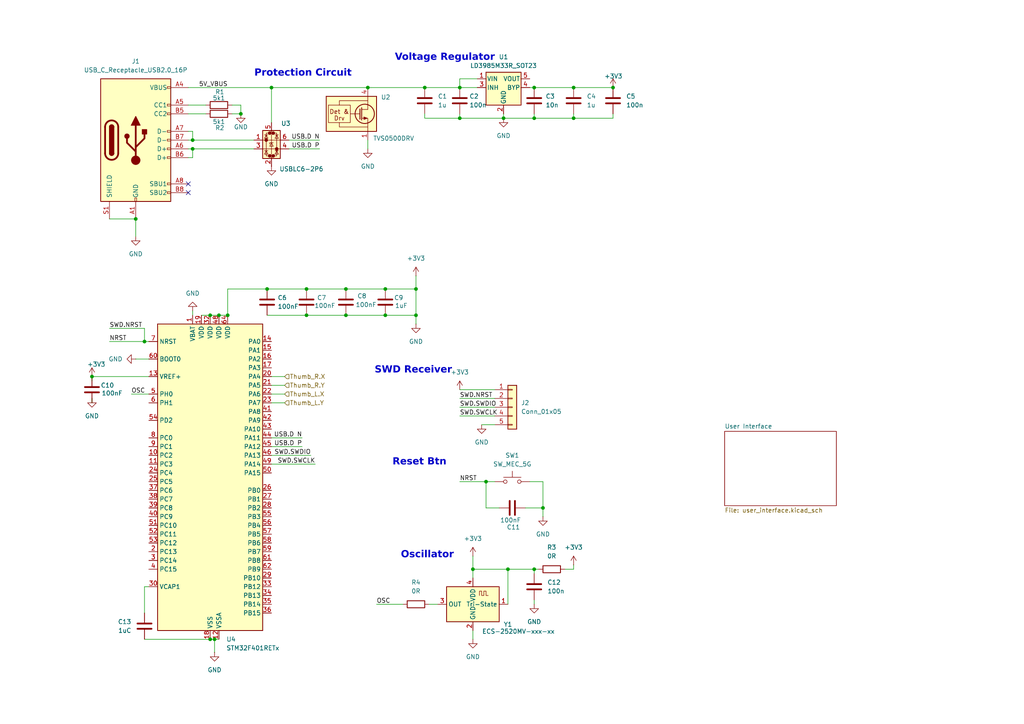
<source format=kicad_sch>
(kicad_sch (version 20250114) (generator "eeschema") (generator_version "9.0")
  (paper "A4")
  (title_block (title "STM32_GamingController") (date "2025-08-03") (rev "v1"))
  (lib_symbols
    (symbol "Connector:USB_C_Receptacle_USB2.0_16P" (pin_names (offset 1.016))
      (property "Reference" "J" (at 0 22.225 0))
      (property "Value" "USB_C_Receptacle_USB2.0_16P" (at 0 19.685 0))
      (symbol "USB_C_Receptacle_USB2.0_16P_0_0"
        (rectangle (start -0.254 -17.78) (end 0.254 -16.764))
        (rectangle (start 10.16 15.494) (end 9.144 14.986))
        (rectangle (start 10.16 10.414) (end 9.144 9.906))
        (rectangle (start 10.16 7.874) (end 9.144 7.366))
        (rectangle (start 10.16 2.794) (end 9.144 2.286))
        (rectangle (start 10.16 0.254) (end 9.144 -0.254))
        (rectangle (start 10.16 -2.286) (end 9.144 -2.794))
        (rectangle (start 10.16 -4.826) (end 9.144 -5.334))
        (rectangle (start 10.16 -12.446) (end 9.144 -12.954))
        (rectangle (start 10.16 -14.986) (end 9.144 -15.494))
      )
      (symbol "USB_C_Receptacle_USB2.0_16P_0_1"
        (rectangle (start -10.16 17.78) (end 10.16 -17.78) (stroke (width 0.254)) (fill (type background)))
        (polyline (pts (xy -8.89 -3.81) (xy -8.89 3.81)) (stroke (width 0.508)))
        (rectangle (start -7.62 -3.81) (end -6.35 3.81) (stroke (width 0.254)) (fill (type outline)))
        (arc (start -7.62 3.81) (mid -6.985 4.4423) (end -6.35 3.81) (stroke (width 0.254)))
        (arc (start -7.62 3.81) (mid -6.985 4.4423) (end -6.35 3.81) (stroke (width 0.254)) (fill (type outline)))
        (arc (start -8.89 3.81) (mid -6.985 5.7067) (end -5.08 3.81) (stroke (width 0.508)))
        (arc (start -5.08 -3.81) (mid -6.985 -5.7067) (end -8.89 -3.81) (stroke (width 0.508)))
        (arc (start -6.35 -3.81) (mid -6.985 -4.4423) (end -7.62 -3.81) (stroke (width 0.254)))
        (arc (start -6.35 -3.81) (mid -6.985 -4.4423) (end -7.62 -3.81) (stroke (width 0.254)) (fill (type outline)))
        (polyline (pts (xy -5.08 3.81) (xy -5.08 -3.81)) (stroke (width 0.508)))
        (circle (center -2.54 1.143) (radius 0.635) (stroke (width 0.254)) (fill (type outline)))
        (polyline (pts (xy -1.27 4.318) (xy 0 6.858) (xy 1.27 4.318) (xy -1.27 4.318)) (stroke (width 0.254)) (fill (type outline)))
        (polyline (pts (xy 0 -2.032) (xy 2.54 0.508) (xy 2.54 1.778)) (stroke (width 0.508)))
        (polyline (pts (xy 0 -3.302) (xy -2.54 -0.762) (xy -2.54 0.508)) (stroke (width 0.508)))
        (polyline (pts (xy 0 -5.842) (xy 0 4.318)) (stroke (width 0.508)))
        (circle (center 0 -5.842) (radius 1.27) (fill (type outline)))
        (rectangle (start 1.905 1.778) (end 3.175 3.048) (stroke (width 0.254)) (fill (type outline)))
      )
      (symbol "USB_C_Receptacle_USB2.0_16P_1_1"
        (pin passive line (at -7.62 -22.86 90) (length 5.08) (name "SHIELD") (number "S1"))
        (pin passive line (at 0 -22.86 90) (length 5.08) (name "GND") (number "A1"))
        (pin passive line (at 0 -22.86 90) (length 5.08) (hide yes) (name "GND") (number "A12"))
        (pin passive line (at 0 -22.86 90) (length 5.08) (hide yes) (name "GND") (number "B1"))
        (pin passive line (at 0 -22.86 90) (length 5.08) (hide yes) (name "GND") (number "B12"))
        (pin passive line (at 15.24 15.24 180) (length 5.08) (name "VBUS") (number "A4"))
        (pin passive line (at 15.24 15.24 180) (length 5.08) (hide yes) (name "VBUS") (number "A9"))
        (pin passive line (at 15.24 15.24 180) (length 5.08) (hide yes) (name "VBUS") (number "B4"))
        (pin passive line (at 15.24 15.24 180) (length 5.08) (hide yes) (name "VBUS") (number "B9"))
        (pin bidirectional line (at 15.24 10.16 180) (length 5.08) (name "CC1") (number "A5"))
        (pin bidirectional line (at 15.24 7.62 180) (length 5.08) (name "CC2") (number "B5"))
        (pin bidirectional line (at 15.24 2.54 180) (length 5.08) (name "D-") (number "A7"))
        (pin bidirectional line (at 15.24 0 180) (length 5.08) (name "D-") (number "B7"))
        (pin bidirectional line (at 15.24 -2.54 180) (length 5.08) (name "D+") (number "A6"))
        (pin bidirectional line (at 15.24 -5.08 180) (length 5.08) (name "D+") (number "B6"))
        (pin bidirectional line (at 15.24 -12.7 180) (length 5.08) (name "SBU1") (number "A8"))
        (pin bidirectional line (at 15.24 -15.24 180) (length 5.08) (name "SBU2") (number "B8"))
      )
    )
    (symbol "Connector_Generic:Conn_01x05" (pin_names (offset 1.016) (hide yes))
      (property "Reference" "J" (at 0 7.62 0))
      (property "Value" "Conn_01x05" (at 0 -7.62 0))
      (symbol "Conn_01x05_1_1"
        (rectangle (start -1.27 6.35) (end 1.27 -6.35) (stroke (width 0.254)) (fill (type background)))
        (rectangle (start -1.27 5.207) (end 0 4.953) (stroke (width 0.1524)))
        (rectangle (start -1.27 2.667) (end 0 2.413) (stroke (width 0.1524)))
        (rectangle (start -1.27 0.127) (end 0 -0.127) (stroke (width 0.1524)))
        (rectangle (start -1.27 -2.413) (end 0 -2.667) (stroke (width 0.1524)))
        (rectangle (start -1.27 -4.953) (end 0 -5.207) (stroke (width 0.1524)))
        (pin passive line (at -5.08 5.08 0) (length 3.81) (name "Pin_1") (number "1"))
        (pin passive line (at -5.08 2.54 0) (length 3.81) (name "Pin_2") (number "2"))
        (pin passive line (at -5.08 0 0) (length 3.81) (name "Pin_3") (number "3"))
        (pin passive line (at -5.08 -2.54 0) (length 3.81) (name "Pin_4") (number "4"))
        (pin passive line (at -5.08 -5.08 0) (length 3.81) (name "Pin_5") (number "5"))
      )
    )
    (symbol "Device:C" (pin_numbers (hide yes)) (pin_names (offset 0.254))
      (property "Reference" "C" (at 0.635 2.54 0))
      (property "Value" "C" (at 0.635 -2.54 0))
      (symbol "C_0_1"
        (polyline (pts (xy -2.032 0.762) (xy 2.032 0.762)) (stroke (width 0.508)))
        (polyline (pts (xy -2.032 -0.762) (xy 2.032 -0.762)) (stroke (width 0.508)))
      )
      (symbol "C_1_1"
        (pin passive line (at 0 3.81 270) (length 2.794) (name "~") (number "1"))
        (pin passive line (at 0 -3.81 90) (length 2.794) (name "~") (number "2"))
      )
    )
    (symbol "Device:R" (pin_numbers (hide yes)) (pin_names (offset 0))
      (property "Reference" "R" (at 2.032 0 90))
      (property "Value" "R" (at 0 0 90))
      (symbol "R_0_1"
        (rectangle (start -1.016 -2.54) (end 1.016 2.54) (stroke (width 0.254)))
      )
      (symbol "R_1_1"
        (pin passive line (at 0 3.81 270) (length 1.27) (name "~") (number "1"))
        (pin passive line (at 0 -3.81 90) (length 1.27) (name "~") (number "2"))
      )
    )
    (symbol "MCU_ST_STM32F4:STM32F401RETx"
      (property "Reference" "U" (at -15.24 46.99 0))
      (property "Value" "STM32F401RETx" (at 7.62 46.99 0))
      (symbol "STM32F401RETx_0_1"
        (rectangle (start -15.24 -43.18) (end 15.24 45.72) (stroke (width 0.254)) (fill (type background)))
      )
      (symbol "STM32F401RETx_1_1"
        (pin input line (at -17.78 40.64 0) (length 2.54) (name "NRST") (number "7"))
        (pin input line (at -17.78 35.56 0) (length 2.54) (name "BOOT0") (number "60"))
        (pin input line (at -17.78 30.48 0) (length 2.54) (name "VREF+") (number "13"))
        (pin bidirectional line (at -17.78 25.4 0) (length 2.54) (name "PH0") (number "5"))
        (pin bidirectional line (at -17.78 22.86 0) (length 2.54) (name "PH1") (number "6"))
        (pin bidirectional line (at -17.78 17.78 0) (length 2.54) (name "PD2") (number "54"))
        (pin bidirectional line (at -17.78 12.7 0) (length 2.54) (name "PC0") (number "8"))
        (pin bidirectional line (at -17.78 10.16 0) (length 2.54) (name "PC1") (number "9"))
        (pin bidirectional line (at -17.78 7.62 0) (length 2.54) (name "PC2") (number "10"))
        (pin bidirectional line (at -17.78 5.08 0) (length 2.54) (name "PC3") (number "11"))
        (pin bidirectional line (at -17.78 2.54 0) (length 2.54) (name "PC4") (number "24"))
        (pin bidirectional line (at -17.78 0 0) (length 2.54) (name "PC5") (number "25"))
        (pin bidirectional line (at -17.78 -2.54 0) (length 2.54) (name "PC6") (number "37"))
        (pin bidirectional line (at -17.78 -5.08 0) (length 2.54) (name "PC7") (number "38"))
        (pin bidirectional line (at -17.78 -7.62 0) (length 2.54) (name "PC8") (number "39"))
        (pin bidirectional line (at -17.78 -10.16 0) (length 2.54) (name "PC9") (number "40"))
        (pin bidirectional line (at -17.78 -12.7 0) (length 2.54) (name "PC10") (number "51"))
        (pin bidirectional line (at -17.78 -15.24 0) (length 2.54) (name "PC11") (number "52"))
        (pin bidirectional line (at -17.78 -17.78 0) (length 2.54) (name "PC12") (number "53"))
        (pin bidirectional line (at -17.78 -20.32 0) (length 2.54) (name "PC13") (number "2"))
        (pin bidirectional line (at -17.78 -22.86 0) (length 2.54) (name "PC14") (number "3"))
        (pin bidirectional line (at -17.78 -25.4 0) (length 2.54) (name "PC15") (number "4"))
        (pin power_out line (at -17.78 -30.48 0) (length 2.54) (name "VCAP1") (number "30"))
        (pin power_in line (at -5.08 48.26 270) (length 2.54) (name "VBAT") (number "1"))
        (pin power_in line (at -2.54 48.26 270) (length 2.54) (name "VDD") (number "19"))
        (pin power_in line (at 0 48.26 270) (length 2.54) (name "VDD") (number "32"))
        (pin power_in line (at 0 -45.72 90) (length 2.54) (name "VSS") (number "18"))
        (pin passive line (at 0 -45.72 90) (length 2.54) (hide yes) (name "VSS") (number "31"))
        (pin passive line (at 0 -45.72 90) (length 2.54) (hide yes) (name "VSS") (number "47"))
        (pin passive line (at 0 -45.72 90) (length 2.54) (hide yes) (name "VSS") (number "63"))
        (pin power_in line (at 2.54 48.26 270) (length 2.54) (name "VDD") (number "48"))
        (pin power_in line (at 2.54 -45.72 90) (length 2.54) (name "VSSA") (number "12"))
        (pin power_in line (at 5.08 48.26 270) (length 2.54) (name "VDD") (number "64"))
        (pin bidirectional line (at 17.78 40.64 180) (length 2.54) (name "PA0") (number "14"))
        (pin bidirectional line (at 17.78 38.1 180) (length 2.54) (name "PA1") (number "15"))
        (pin bidirectional line (at 17.78 35.56 180) (length 2.54) (name "PA2") (number "16"))
        (pin bidirectional line (at 17.78 33.02 180) (length 2.54) (name "PA3") (number "17"))
        (pin bidirectional line (at 17.78 30.48 180) (length 2.54) (name "PA4") (number "20"))
        (pin bidirectional line (at 17.78 27.94 180) (length 2.54) (name "PA5") (number "21"))
        (pin bidirectional line (at 17.78 25.4 180) (length 2.54) (name "PA6") (number "22"))
        (pin bidirectional line (at 17.78 22.86 180) (length 2.54) (name "PA7") (number "23"))
        (pin bidirectional line (at 17.78 20.32 180) (length 2.54) (name "PA8") (number "41"))
        (pin bidirectional line (at 17.78 17.78 180) (length 2.54) (name "PA9") (number "42"))
        (pin bidirectional line (at 17.78 15.24 180) (length 2.54) (name "PA10") (number "43"))
        (pin bidirectional line (at 17.78 12.7 180) (length 2.54) (name "PA11") (number "44"))
        (pin bidirectional line (at 17.78 10.16 180) (length 2.54) (name "PA12") (number "45"))
        (pin bidirectional line (at 17.78 7.62 180) (length 2.54) (name "PA13") (number "46"))
        (pin bidirectional line (at 17.78 5.08 180) (length 2.54) (name "PA14") (number "49"))
        (pin bidirectional line (at 17.78 2.54 180) (length 2.54) (name "PA15") (number "50"))
        (pin bidirectional line (at 17.78 -2.54 180) (length 2.54) (name "PB0") (number "26"))
        (pin bidirectional line (at 17.78 -5.08 180) (length 2.54) (name "PB1") (number "27"))
        (pin bidirectional line (at 17.78 -7.62 180) (length 2.54) (name "PB2") (number "28"))
        (pin bidirectional line (at 17.78 -10.16 180) (length 2.54) (name "PB3") (number "55"))
        (pin bidirectional line (at 17.78 -12.7 180) (length 2.54) (name "PB4") (number "56"))
        (pin bidirectional line (at 17.78 -15.24 180) (length 2.54) (name "PB5") (number "57"))
        (pin bidirectional line (at 17.78 -17.78 180) (length 2.54) (name "PB6") (number "58"))
        (pin bidirectional line (at 17.78 -20.32 180) (length 2.54) (name "PB7") (number "59"))
        (pin bidirectional line (at 17.78 -22.86 180) (length 2.54) (name "PB8") (number "61"))
        (pin bidirectional line (at 17.78 -25.4 180) (length 2.54) (name "PB9") (number "62"))
        (pin bidirectional line (at 17.78 -27.94 180) (length 2.54) (name "PB10") (number "29"))
        (pin bidirectional line (at 17.78 -30.48 180) (length 2.54) (name "PB12") (number "33"))
        (pin bidirectional line (at 17.78 -33.02 180) (length 2.54) (name "PB13") (number "34"))
        (pin bidirectional line (at 17.78 -35.56 180) (length 2.54) (name "PB14") (number "35"))
        (pin bidirectional line (at 17.78 -38.1 180) (length 2.54) (name "PB15") (number "36"))
      )
    )
    (symbol "Oscillator:ECS-2520MV-xxx-xx"
      (property "Reference" "Y" (at -5.08 6.35 0))
      (property "Value" "ECS-2520MV-xxx-xx" (at 1.27 -6.35 0))
      (symbol "ECS-2520MV-xxx-xx_0_1"
        (rectangle (start -7.62 5.08) (end 7.62 -5.08) (stroke (width 0.254)) (fill (type background)))
        (polyline (pts (xy -4.445 2.54) (xy -3.81 2.54) (xy -3.81 3.81) (xy -3.175 3.81) (xy -3.175 2.54) (xy -2.54 2.54) (xy -2.54 3.81) (xy -1.905 3.81) (xy -1.905 2.54)))
      )
      (symbol "ECS-2520MV-xxx-xx_1_1"
        (pin input line (at -10.16 0 0) (length 2.54) (name "Tri-State") (number "1"))
        (pin power_in line (at 0 7.62 270) (length 2.54) (name "VDD") (number "4"))
        (pin power_in line (at 0 -7.62 90) (length 2.54) (name "GND") (number "2"))
        (pin output line (at 10.16 0 180) (length 2.54) (name "OUT") (number "3"))
      )
    )
    (symbol "Power_Protection:TVS0500DRV" (pin_names (offset 0) (hide yes))
      (property "Reference" "U" (at 2.54 1.27 0))
      (property "Value" "TVS0500DRV" (at 2.54 -1.27 0))
      (symbol "TVS0500DRV_0_0"
        (rectangle (start -11.43 2.54) (end -5.08 -2.54))
        (polyline (pts (xy -8.255 2.54) (xy -8.255 3.81) (xy 0 3.81)))
        (polyline (pts (xy -8.255 -2.54) (xy -8.255 -3.81) (xy 0 -3.81)))
        (polyline (pts (xy 0 1.27) (xy -1.778 1.27)))
        (text "Det &" (at -8.255 0.635 0) (effects (font (size 1.27 1.27))))
        (text "Drv" (at -8.255 -1.27 0) (effects (font (size 1.27 1.27))))
      )
      (symbol "TVS0500DRV_0_1"
        (rectangle (start -12.065 5.08) (end 2.54 -5.08) (stroke (width 0.254)) (fill (type background)))
        (polyline (pts (xy -2.286 1.397) (xy -2.286 -1.524)) (stroke (width 0.254)))
        (polyline (pts (xy -2.286 0) (xy -5.08 0)))
        (polyline (pts (xy -1.778 1.778) (xy -1.778 -1.778)) (stroke (width 0.254)))
        (circle (center -0.889 0) (radius 2.794) (stroke (width 0.254)))
        (polyline (pts (xy -0.127 -1.27) (xy -1.143 -1.651) (xy -1.143 -0.889) (xy -0.127 -1.27)) (fill (type outline)))
        (polyline (pts (xy 0 5.08) (xy 0 2.54)))
        (polyline (pts (xy 0 2.54) (xy 0 1.27)))
        (polyline (pts (xy 0 -2.54) (xy 0 -5.08)))
        (polyline (pts (xy 0 -2.54) (xy 0 -1.27) (xy -1.778 -1.27)))
      )
      (symbol "TVS0500DRV_1_1"
        (pin passive line (at 0 7.62 270) (length 2.54) (name "IN") (number "4"))
        (pin passive line (at 0 7.62 270) (length 2.54) (hide yes) (name "IN") (number "5"))
        (pin passive line (at 0 7.62 270) (length 2.54) (hide yes) (name "IN") (number "6"))
        (pin power_in line (at 0 -7.62 90) (length 2.54) (name "GND") (number "1"))
        (pin passive line (at 0 -7.62 90) (length 2.54) (hide yes) (name "GND") (number "2"))
        (pin passive line (at 0 -7.62 90) (length 2.54) (hide yes) (name "GND") (number "3"))
        (pin passive line (at 0 -7.62 90) (length 2.54) (hide yes) (name "GND") (number "7"))
      )
    )
    (symbol "Power_Protection:USBLC6-2P6" (pin_names (hide yes))
      (property "Reference" "U" (at 0.635 5.715 0))
      (property "Value" "USBLC6-2P6" (at 0.635 3.81 0))
      (symbol "USBLC6-2P6_0_0"
        (circle (center -1.524 0) (radius 0.0001) (stroke (width 0.508)))
        (circle (center -0.508 2.032) (radius 0.0001) (stroke (width 0.508)))
        (circle (center -0.508 -4.572) (radius 0.0001) (stroke (width 0.508)))
        (circle (center 0.508 2.032) (radius 0.0001) (stroke (width 0.508)))
        (circle (center 0.508 -4.572) (radius 0.0001) (stroke (width 0.508)))
        (circle (center 1.524 -2.54) (radius 0.0001) (stroke (width 0.508)))
      )
      (symbol "USBLC6-2P6_0_1"
        (polyline (pts (xy -2.54 0) (xy 2.54 0)))
        (polyline (pts (xy -2.54 -2.54) (xy 2.54 -2.54)))
        (polyline (pts (xy -2.032 0.508) (xy -1.016 0.508) (xy -1.524 1.524) (xy -2.032 0.508)))
        (polyline (pts (xy -2.032 -3.048) (xy -1.016 -3.048)))
        (polyline (pts (xy -1.016 1.524) (xy -2.032 1.524)))
        (polyline (pts (xy -1.016 -4.064) (xy -2.032 -4.064) (xy -1.524 -3.048) (xy -1.016 -4.064)))
        (polyline (pts (xy -0.508 -1.143) (xy -0.508 -0.762) (xy 0.508 -0.762)))
        (polyline (pts (xy 0 2.54) (xy -0.508 2.032) (xy 0.508 2.032) (xy 0 1.524) (xy 0 -4.064) (xy -0.508 -4.572) (xy 0.508 -4.572) (xy 0 -5.08)))
        (polyline (pts (xy 0.508 -1.778) (xy -0.508 -1.778) (xy 0 -0.762) (xy 0.508 -1.778)))
        (polyline (pts (xy 1.016 1.524) (xy 2.032 1.524)))
        (polyline (pts (xy 1.016 -3.048) (xy 2.032 -3.048)))
        (polyline (pts (xy 2.032 0.508) (xy 1.016 0.508) (xy 1.524 1.524) (xy 2.032 0.508)))
        (polyline (pts (xy 2.032 -4.064) (xy 1.016 -4.064) (xy 1.524 -3.048) (xy 2.032 -4.064)))
      )
      (symbol "USBLC6-2P6_1_1"
        (rectangle (start -2.54 2.794) (end 2.54 -5.334) (stroke (width 0.254)) (fill (type background)))
        (polyline (pts (xy -0.508 2.032) (xy -1.524 2.032) (xy -1.524 -4.572) (xy -0.508 -4.572)))
        (polyline (pts (xy 0.508 -4.572) (xy 1.524 -4.572) (xy 1.524 2.032) (xy 0.508 2.032)))
        (pin passive line (at -5.08 0 0) (length 2.54) (name "I/O1") (number "1"))
        (pin passive line (at -5.08 -2.54 0) (length 2.54) (name "I/O2") (number "3"))
        (pin passive line (at 0 5.08 270) (length 2.54) (name "VBUS") (number "5"))
        (pin passive line (at 0 -7.62 90) (length 2.54) (name "GND") (number "2"))
        (pin passive line (at 5.08 0 180) (length 2.54) (name "I/O1") (number "6"))
        (pin passive line (at 5.08 -2.54 180) (length 2.54) (name "I/O2") (number "4"))
      )
    )
    (symbol "Regulator_Linear:LD3985M33R_SOT23" (pin_names (offset 0.254))
      (property "Reference" "U" (at -3.81 5.715 0))
      (property "Value" "LD3985M33R_SOT23" (at 0 5.715 0))
      (symbol "LD3985M33R_SOT23_0_1"
        (rectangle (start -5.08 4.445) (end 5.08 -5.08) (stroke (width 0.254)) (fill (type background)))
      )
      (symbol "LD3985M33R_SOT23_1_1"
        (pin power_in line (at -7.62 2.54 0) (length 2.54) (name "VIN") (number "1"))
        (pin input line (at -7.62 0 0) (length 2.54) (name "INH") (number "3"))
        (pin power_in line (at 0 -7.62 90) (length 2.54) (name "GND") (number "2"))
        (pin power_out line (at 7.62 2.54 180) (length 2.54) (name "VOUT") (number "5"))
        (pin input line (at 7.62 0 180) (length 2.54) (name "BYP") (number "4"))
      )
    )
    (symbol "Switch:SW_MEC_5G" (pin_numbers (hide yes)) (pin_names (offset 1.016) (hide yes))
      (property "Reference" "SW" (at 1.27 2.54 0))
      (property "Value" "SW_MEC_5G" (at 0 -1.524 0))
      (symbol "SW_MEC_5G_0_1"
        (circle (center -2.032 0) (radius 0.508))
        (polyline (pts (xy 0 1.27) (xy 0 3.048)))
        (circle (center 2.032 0) (radius 0.508))
        (polyline (pts (xy 2.54 1.27) (xy -2.54 1.27)))
        (pin passive line (at -5.08 0 0) (length 2.54) (name "A") (number "1"))
        (pin passive line (at 5.08 0 180) (length 2.54) (name "B") (number "3"))
      )
      (symbol "SW_MEC_5G_1_1"
        (pin passive line (at -5.08 0 0) (length 2.54) (hide yes) (name "A") (number "2"))
        (pin passive line (at 5.08 0 180) (length 2.54) (hide yes) (name "B") (number "4"))
      )
    )
    (symbol "power:+3V3" (power) (pin_numbers (hide yes)) (pin_names (offset 0) (hide yes))
      (property "Value" "+3V3" (at 0 3.556 0))
      (symbol "+3V3_0_1"
        (polyline (pts (xy -0.762 1.27) (xy 0 2.54)))
        (polyline (pts (xy 0 2.54) (xy 0.762 1.27)))
        (polyline (pts (xy 0 0) (xy 0 2.54)))
      )
      (symbol "+3V3_1_1"
        (pin power_in line (at 0 0 90) (length 0) (name "~") (number "1"))
      )
    )
    (symbol "power:GND" (power) (pin_numbers (hide yes)) (pin_names (offset 0) (hide yes))
      (property "Value" "GND" (at 0 -3.81 0))
      (symbol "GND_0_1"
        (polyline (pts (xy 0 0) (xy 0 -1.27) (xy 1.27 -1.27) (xy 0 -2.54) (xy -1.27 -1.27) (xy 0 -1.27)))
      )
      (symbol "GND_1_1"
        (pin power_in line (at 0 0 270) (length 0) (name "~") (number "1"))
      )
    )
  )
  (text "Voltage Regulator" (at 129.032 17.272 0) (effects (font (size 2.032 2.032) (bold yes))))
  (text "SWD Receiver\n" (at 119.888 107.95 0) (effects (font (size 2.032 2.032) (bold yes))))
  (text "Reset Btn\n" (at 121.666 134.62 0) (effects (font (size 2.032 2.032) (bold yes))))
  (text "Protection Circuit" (at 87.884 21.844 0) (effects (font (size 2.032 2.032) (bold yes))))
  (text "Oscillator" (at 123.952 161.544 0) (effects (font (size 2.032 2.032) (bold yes))))
  (junction (at 166.37 34.29))
  (junction (at 120.65 91.44))
  (junction (at 88.9 91.44))
  (junction (at 157.48 147.32))
  (junction (at 41.91 99.06))
  (junction (at 60.96 91.44))
  (junction (at 111.76 91.44))
  (junction (at 154.94 165.1))
  (junction (at 69.85 33.02))
  (junction (at 177.8 25.4))
  (junction (at 111.76 83.82))
  (junction (at 100.33 83.82))
  (junction (at 106.68 25.4))
  (junction (at 55.88 40.64))
  (junction (at 137.16 165.1))
  (junction (at 166.37 25.4))
  (junction (at 62.23 185.42))
  (junction (at 63.5 91.44))
  (junction (at 26.67 109.22))
  (junction (at 133.35 34.29))
  (junction (at 77.47 83.82))
  (junction (at 147.32 165.1))
  (junction (at 60.96 185.42))
  (junction (at 100.33 91.44))
  (junction (at 39.37 63.5))
  (junction (at 88.9 83.82))
  (junction (at 140.97 139.7))
  (junction (at 66.04 91.44))
  (junction (at 55.88 43.18))
  (junction (at 154.94 34.29))
  (junction (at 123.19 25.4))
  (junction (at 154.94 25.4))
  (junction (at 133.35 25.4))
  (junction (at 120.65 83.82))
  (junction (at 146.05 34.29))
  (junction (at 78.74 25.4))
  (no_connect (at 54.61 53.34))
  (no_connect (at 54.61 55.88))
  (wire (pts (xy 78.74 109.22) (xy 82.55 109.22)))
  (wire (pts (xy 67.31 30.48) (xy 69.85 30.48)))
  (wire (pts (xy 26.67 109.22) (xy 43.18 109.22)))
  (wire (pts (xy 133.35 25.4) (xy 138.43 25.4)))
  (wire (pts (xy 55.88 40.64) (xy 73.66 40.64)))
  (wire (pts (xy 54.61 45.72) (xy 55.88 45.72)))
  (wire (pts (xy 154.94 33.02) (xy 154.94 34.29)))
  (wire (pts (xy 166.37 25.4) (xy 177.8 25.4)))
  (wire (pts (xy 54.61 43.18) (xy 55.88 43.18)))
  (wire (pts (xy 133.35 34.29) (xy 146.05 34.29)))
  (wire (pts (xy 41.91 99.06) (xy 43.18 99.06)))
  (wire (pts (xy 153.67 25.4) (xy 154.94 25.4)))
  (wire (pts (xy 147.32 165.1) (xy 154.94 165.1)))
  (wire (pts (xy 60.96 91.44) (xy 63.5 91.44)))
  (wire (pts (xy 139.7 123.19) (xy 143.51 123.19)))
  (wire (pts (xy 78.74 129.54) (xy 87.63 129.54)))
  (wire (pts (xy 120.65 80.01) (xy 120.65 83.82)))
  (wire (pts (xy 146.05 33.02) (xy 146.05 34.29)))
  (wire (pts (xy 63.5 91.44) (xy 66.04 91.44)))
  (wire (pts (xy 39.37 63.5) (xy 39.37 68.58)))
  (wire (pts (xy 153.67 139.7) (xy 157.48 139.7)))
  (wire (pts (xy 31.75 63.5) (xy 39.37 63.5)))
  (wire (pts (xy 106.68 25.4) (xy 123.19 25.4)))
  (wire (pts (xy 77.47 83.82) (xy 88.9 83.82)))
  (wire (pts (xy 133.35 139.7) (xy 140.97 139.7)))
  (wire (pts (xy 55.88 45.72) (xy 55.88 43.18)))
  (wire (pts (xy 39.37 104.14) (xy 43.18 104.14)))
  (wire (pts (xy 166.37 165.1) (xy 163.83 165.1)))
  (wire (pts (xy 166.37 34.29) (xy 177.8 34.29)))
  (wire (pts (xy 67.31 33.02) (xy 69.85 33.02)))
  (wire (pts (xy 55.88 38.1) (xy 55.88 40.64)))
  (wire (pts (xy 123.19 33.02) (xy 123.19 34.29)))
  (wire (pts (xy 41.91 185.42) (xy 60.96 185.42)))
  (wire (pts (xy 124.46 175.26) (xy 127 175.26)))
  (wire (pts (xy 69.85 30.48) (xy 69.85 33.02)))
  (wire (pts (xy 31.75 99.06) (xy 41.91 99.06)))
  (wire (pts (xy 133.35 22.86) (xy 133.35 25.4)))
  (wire (pts (xy 88.9 91.44) (xy 100.33 91.44)))
  (wire (pts (xy 54.61 33.02) (xy 59.69 33.02)))
  (wire (pts (xy 78.74 25.4) (xy 106.68 25.4)))
  (wire (pts (xy 166.37 33.02) (xy 166.37 34.29)))
  (wire (pts (xy 78.74 25.4) (xy 78.74 35.56)))
  (wire (pts (xy 177.8 33.02) (xy 177.8 34.29)))
  (wire (pts (xy 147.32 165.1) (xy 147.32 175.26)))
  (wire (pts (xy 88.9 83.82) (xy 100.33 83.82)))
  (wire (pts (xy 154.94 165.1) (xy 156.21 165.1)))
  (wire (pts (xy 154.94 166.37) (xy 154.94 165.1)))
  (wire (pts (xy 83.82 43.18) (xy 92.71 43.18)))
  (wire (pts (xy 166.37 34.29) (xy 154.94 34.29)))
  (wire (pts (xy 144.78 147.32) (xy 140.97 147.32)))
  (wire (pts (xy 152.4 147.32) (xy 157.48 147.32)))
  (wire (pts (xy 140.97 147.32) (xy 140.97 139.7)))
  (wire (pts (xy 154.94 34.29) (xy 146.05 34.29)))
  (wire (pts (xy 54.61 25.4) (xy 78.74 25.4)))
  (wire (pts (xy 123.19 25.4) (xy 133.35 25.4)))
  (wire (pts (xy 78.74 116.84) (xy 82.55 116.84)))
  (wire (pts (xy 133.35 33.02) (xy 133.35 34.29)))
  (wire (pts (xy 133.35 118.11) (xy 143.51 118.11)))
  (wire (pts (xy 62.23 185.42) (xy 62.23 189.23)))
  (wire (pts (xy 137.16 165.1) (xy 137.16 161.29)))
  (wire (pts (xy 137.16 167.64) (xy 137.16 165.1)))
  (wire (pts (xy 120.65 83.82) (xy 120.65 91.44)))
  (wire (pts (xy 100.33 83.82) (xy 111.76 83.82)))
  (wire (pts (xy 140.97 139.7) (xy 143.51 139.7)))
  (wire (pts (xy 41.91 99.06) (xy 41.91 95.25)))
  (wire (pts (xy 60.96 185.42) (xy 62.23 185.42)))
  (wire (pts (xy 166.37 163.83) (xy 166.37 165.1)))
  (wire (pts (xy 109.22 175.26) (xy 116.84 175.26)))
  (wire (pts (xy 55.88 43.18) (xy 73.66 43.18)))
  (wire (pts (xy 77.47 91.44) (xy 88.9 91.44)))
  (wire (pts (xy 26.67 109.22) (xy 26.67 110.49)))
  (wire (pts (xy 78.74 127) (xy 87.63 127)))
  (wire (pts (xy 78.74 134.62) (xy 91.44 134.62)))
  (wire (pts (xy 106.68 40.64) (xy 106.68 43.18)))
  (wire (pts (xy 78.74 111.76) (xy 82.55 111.76)))
  (wire (pts (xy 133.35 113.03) (xy 143.51 113.03)))
  (wire (pts (xy 166.37 25.4) (xy 154.94 25.4)))
  (wire (pts (xy 83.82 40.64) (xy 92.71 40.64)))
  (wire (pts (xy 111.76 91.44) (xy 120.65 91.44)))
  (wire (pts (xy 31.75 95.25) (xy 41.91 95.25)))
  (wire (pts (xy 66.04 83.82) (xy 66.04 91.44)))
  (wire (pts (xy 54.61 38.1) (xy 55.88 38.1)))
  (wire (pts (xy 100.33 91.44) (xy 111.76 91.44)))
  (wire (pts (xy 38.1 114.3) (xy 43.18 114.3)))
  (wire (pts (xy 137.16 165.1) (xy 147.32 165.1)))
  (wire (pts (xy 154.94 175.26) (xy 154.94 173.99)))
  (wire (pts (xy 123.19 34.29) (xy 133.35 34.29)))
  (wire (pts (xy 58.42 91.44) (xy 60.96 91.44)))
  (wire (pts (xy 133.35 115.57) (xy 143.51 115.57)))
  (wire (pts (xy 157.48 147.32) (xy 157.48 149.86)))
  (wire (pts (xy 133.35 120.65) (xy 143.51 120.65)))
  (wire (pts (xy 54.61 40.64) (xy 55.88 40.64)))
  (wire (pts (xy 78.74 132.08) (xy 90.17 132.08)))
  (wire (pts (xy 62.23 185.42) (xy 63.5 185.42)))
  (wire (pts (xy 78.74 114.3) (xy 82.55 114.3)))
  (wire (pts (xy 66.04 83.82) (xy 77.47 83.82)))
  (wire (pts (xy 41.91 177.8) (xy 41.91 170.18)))
  (wire (pts (xy 138.43 22.86) (xy 133.35 22.86)))
  (wire (pts (xy 26.67 116.84) (xy 26.67 115.57)))
  (wire (pts (xy 41.91 170.18) (xy 43.18 170.18)))
  (wire (pts (xy 55.88 90.17) (xy 55.88 91.44)))
  (wire (pts (xy 137.16 182.88) (xy 137.16 185.42)))
  (wire (pts (xy 120.65 83.82) (xy 111.76 83.82)))
  (wire (pts (xy 54.61 30.48) (xy 59.69 30.48)))
  (wire (pts (xy 157.48 139.7) (xy 157.48 147.32)))
  (wire (pts (xy 120.65 91.44) (xy 120.65 93.98)))
  (label "USB.D P" (at 87.63 129.54 180))
  (label "SWD.NRST" (at 133.35 115.57 0))
  (label "SWD.SWDIO" (at 133.35 118.11 0))
  (label "SWD.SWCLK" (at 133.35 120.65 0))
  (label "USB.D N" (at 87.63 127 180))
  (label "NRST" (at 133.35 139.7 0))
  (label "SWD.SWDIO" (at 90.17 132.08 180))
  (label "USB.D P" (at 92.71 43.18 180))
  (label "SWD.SWCLK" (at 91.44 134.62 180))
  (label "NRST" (at 31.75 99.06 0))
  (label "OSC" (at 109.22 175.26 0))
  (label "USB.D N" (at 92.71 40.64 180))
  (label "SWD.NRST" (at 31.75 95.25 0))
  (label "5V_VBUS" (at 66.04 25.4 180))
  (label "OSC" (at 38.1 114.3 0))
  (hierarchical_label "Thumb_R.X" (shape input) (at 82.55 109.22 0))
  (hierarchical_label "Thumb_L.X" (shape input) (at 82.55 114.3 0))
  (hierarchical_label "Thumb_L.Y" (shape input) (at 82.55 116.84 0))
  (hierarchical_label "Thumb_R.Y" (shape input) (at 82.55 111.76 0))
  (symbol (lib_id "Switch:SW_MEC_5G") (at 148.59 139.7 0) (unit 1)
    (property "Reference" "SW1" (at 148.59 132.08 0))
    (property "Value" "SW_MEC_5G" (at 148.59 134.62 0))
    (property "Datasheet" "http://www.apem.com/int/index.php?controller=attachment&id_attachment=488" (effects (hide yes)))
    (property "Description" "MEC 5G single pole normally-open tactile switch" (effects (hide yes)))
  )
  (symbol (lib_id "Device:R") (at 63.5 33.02 270) (unit 1)
    (property "Reference" "R2" (at 63.754 37.084 90))
    (property "Value" "5k1" (at 63.5 35.306 90))
    (property "Description" "Resistor" (effects (hide yes)))
  )
  (symbol (lib_id "Device:R") (at 120.65 175.26 90) (unit 1)
    (property "Reference" "R4" (at 120.65 168.91 90))
    (property "Value" "0R" (at 120.65 171.45 90))
    (property "Description" "Resistor" (effects (hide yes)))
  )
  (symbol (lib_id "power:+3V3") (at 26.67 109.22 0) (unit 1)
    (property "Reference" "#PWR011" (effects (hide yes)))
    (property "Value" "+3V3" (at 27.94 105.664 0))
    (property "Description" "Power symbol creates a global label with name \"+3V3\"" (effects (hide yes)))
  )
  (symbol (lib_id "power:GND") (at 120.65 93.98 0) (unit 1)
    (property "Reference" "#PWR09" (effects (hide yes)))
    (property "Value" "GND" (at 120.65 99.06 0))
    (property "Description" "Power symbol creates a global label with name \"GND\" , ground" (effects (hide yes)))
  )
  (symbol (lib_id "power:GND") (at 39.37 68.58 0) (unit 1)
    (property "Reference" "#PWR06" (effects (hide yes)))
    (property "Value" "GND" (at 39.37 73.66 0))
    (property "Description" "Power symbol creates a global label with name \"GND\" , ground" (effects (hide yes)))
  )
  (symbol (lib_id "power:GND") (at 26.67 115.57 0) (unit 1)
    (property "Reference" "#PWR013" (effects (hide yes)))
    (property "Value" "GND" (at 26.67 120.65 0))
    (property "Description" "Power symbol creates a global label with name \"GND\" , ground" (effects (hide yes)))
  )
  (symbol (lib_id "Oscillator:ECS-2520MV-xxx-xx") (at 137.16 175.26 0) (mirror y) (unit 1)
    (property "Reference" "Y1" (at 147.32 181.102 0))
    (property "Value" "ECS-2520MV-xxx-xx" (at 150.368 183.134 0))
    (property "Footprint" "Oscillator:Oscillator_SMD_ECS_2520MV-xxx-xx-4Pin_2.5x2.0mm" (effects (hide yes)))
    (property "Datasheet" "https://www.ecsxtal.com/store/pdf/ECS-2520MV.pdf" (effects (hide yes)))
    (property "Description" "HCMOS Crystal Clock Oscillator, 2.5x2.0 mm SMD" (effects (hide yes)))
  )
  (symbol (lib_id "power:GND") (at 69.85 33.02 0) (unit 1)
    (property "Reference" "#PWR02" (effects (hide yes)))
    (property "Value" "GND" (at 67.818 36.83 0) (effects (justify left)))
    (property "Description" "Power symbol creates a global label with name \"GND\" , ground" (effects (hide yes)))
  )
  (symbol (lib_id "Device:C") (at 133.35 29.21 0) (unit 1)
    (property "Reference" "C2" (at 136.144 27.94 0) (effects (justify left)))
    (property "Value" "100n" (at 136.144 30.48 0) (effects (justify left)))
    (property "Description" "Unpolarized capacitor" (effects (hide yes)))
  )
  (symbol (lib_id "Device:C") (at 154.94 29.21 0) (unit 1)
    (property "Reference" "C3" (at 158.242 27.94 0) (effects (justify left)))
    (property "Value" "10n" (at 158.242 30.48 0) (effects (justify left)))
    (property "Description" "Unpolarized capacitor" (effects (hide yes)))
  )
  (symbol (lib_id "Connector:USB_C_Receptacle_USB2.0_16P") (at 39.37 40.64 0) (unit 1)
    (property "Reference" "J1" (at 39.37 17.78 0))
    (property "Value" "USB_C_Receptacle_USB2.0_16P" (at 39.37 20.32 0))
    (property "Datasheet" "https://www.usb.org/sites/default/files/documents/usb_type-c.zip" (effects (hide yes)))
    (property "Description" "USB 2.0-only 16P Type-C Receptacle connector" (effects (hide yes)))
  )
  (symbol (lib_id "power:+3V3") (at 133.35 113.03 0) (unit 1)
    (property "Reference" "#PWR012" (effects (hide yes)))
    (property "Value" "+3V3" (at 133.35 107.95 0))
    (property "Description" "Power symbol creates a global label with name \"+3V3\"" (effects (hide yes)))
  )
  (symbol (lib_id "Device:C") (at 111.76 87.63 0) (unit 1)
    (property "Reference" "C9" (at 114.3 86.36 0) (effects (justify left)))
    (property "Value" "1uF" (at 114.554 88.646 0) (effects (justify left)))
    (property "Description" "Unpolarized capacitor" (effects (hide yes)))
  )
  (symbol (lib_id "power:GND") (at 78.74 48.26 0) (unit 1)
    (property "Reference" "#PWR05" (effects (hide yes)))
    (property "Value" "GND" (at 78.74 53.34 0))
    (property "Description" "Power symbol creates a global label with name \"GND\" , ground" (effects (hide yes)))
  )
  (symbol (lib_id "power:+3V3") (at 177.8 25.4 0) (unit 1)
    (property "Reference" "#PWR01" (effects (hide yes)))
    (property "Value" "+3V3" (at 175.26 22.098 0) (effects (justify left)))
    (property "Description" "Power symbol creates a global label with name \"+3V3\"" (effects (hide yes)))
  )
  (symbol (lib_id "Power_Protection:TVS0500DRV") (at 106.68 33.02 0) (unit 1)
    (property "Reference" "U2" (at 110.49 28.194 0) (effects (justify left)))
    (property "Value" "TVS0500DRV" (at 108.204 40.132 0) (effects (justify left)))
    (property "Footprint" "Package_SON:WSON-6-1EP_2x2mm_P0.65mm_EP1x1.6mm" (effects (hide yes)))
    (property "Datasheet" "http://www.ti.com/lit/ds/symlink/tvs0500.pdf" (effects (hide yes)))
    (property "Description" "Flat-Clamp Surge Protection Device. 5Vrwm, WSON-6" (effects (hide yes)))
  )
  (symbol (lib_id "power:GND") (at 137.16 185.42 0) (unit 1)
    (property "Reference" "#PWR019" (effects (hide yes)))
    (property "Value" "GND" (at 137.16 190.5 0))
    (property "Description" "Power symbol creates a global label with name \"GND\" , ground" (effects (hide yes)))
  )
  (symbol (lib_id "power:GND") (at 39.37 104.14 270) (unit 1)
    (property "Reference" "#PWR010" (effects (hide yes)))
    (property "Value" "GND" (at 35.56 104.1399 90) (effects (justify right)))
    (property "Description" "Power symbol creates a global label with name \"GND\" , ground" (effects (hide yes)))
  )
  (symbol (lib_id "power:GND") (at 55.88 90.17 180) (unit 1)
    (property "Reference" "#PWR08" (effects (hide yes)))
    (property "Value" "GND" (at 55.88 85.09 0))
    (property "Description" "Power symbol creates a global label with name \"GND\" , ground" (effects (hide yes)))
  )
  (symbol (lib_id "power:GND") (at 106.68 43.18 0) (unit 1)
    (property "Reference" "#PWR04" (effects (hide yes)))
    (property "Value" "GND" (at 106.68 48.26 0))
    (property "Description" "Power symbol creates a global label with name \"GND\" , ground" (effects (hide yes)))
  )
  (symbol (lib_id "Regulator_Linear:LD3985M33R_SOT23") (at 146.05 25.4 0) (unit 1)
    (property "Reference" "U1" (at 146.05 16.51 0))
    (property "Value" "LD3985M33R_SOT23" (at 146.05 19.05 0))
    (property "Footprint" "Package_TO_SOT_SMD:SOT-23-5" (effects (hide yes)))
    (property "Datasheet" "http://www.st.com/internet/com/TECHNICAL_RESOURCES/TECHNICAL_LITERATURE/DATASHEET/CD00003395.pdf" (effects (hide yes)))
    (property "Description" "150mA Low Dropout Voltage Regulator, Fixed Output 3.3V, SOT-23-5" (effects (hide yes)))
  )
  (symbol (lib_id "Device:C") (at 148.59 147.32 90) (unit 1)
    (property "Reference" "C11" (at 150.876 152.908 90) (effects (justify left)))
    (property "Value" "100nF" (at 151.13 150.876 90) (effects (justify left)))
    (property "Description" "Unpolarized capacitor" (effects (hide yes)))
  )
  (symbol (lib_id "MCU_ST_STM32F4:STM32F401RETx") (at 60.96 139.7 0) (unit 1)
    (property "Reference" "U4" (at 65.6433 185.42 0) (effects (justify left)))
    (property "Value" "STM32F401RETx" (at 65.6433 187.96 0) (effects (justify left)))
    (property "Footprint" "Package_QFP:LQFP-64_10x10mm_P0.5mm" (effects (hide yes)))
    (property "Datasheet" "https://www.st.com/resource/en/datasheet/stm32f401re.pdf" (effects (hide yes)))
    (property "Description" "STMicroelectronics Arm Cortex-M4 MCU, 512KB flash, 96KB RAM, 84 MHz, 1.7-3.6V, 50 GPIO, LQFP64" (effects (hide yes)))
  )
  (symbol (lib_id "Device:C") (at 77.47 87.63 0) (unit 1)
    (property "Reference" "C6" (at 80.518 86.36 0) (effects (justify left)))
    (property "Value" "100nF" (at 80.518 88.9 0) (effects (justify left)))
    (property "Description" "Unpolarized capacitor" (effects (hide yes)))
  )
  (symbol (lib_id "power:GND") (at 139.7 123.19 0) (unit 1)
    (property "Reference" "#PWR014" (effects (hide yes)))
    (property "Value" "GND" (at 139.7 128.27 0))
    (property "Description" "Power symbol creates a global label with name \"GND\" , ground" (effects (hide yes)))
  )
  (symbol (lib_id "Connector_Generic:Conn_01x05") (at 148.59 118.11 0) (unit 1)
    (property "Reference" "J2" (at 151.13 116.8399 0) (effects (justify left)))
    (property "Value" "Conn_01x05" (at 151.13 119.3799 0) (effects (justify left)))
    (property "Description" "Generic connector, single row, 01x05, script generated (kicad-library-utils/schlib/autogen/connector/)" (effects (hide yes)))
  )
  (symbol (lib_id "Device:R") (at 63.5 30.48 270) (unit 1)
    (property "Reference" "R1" (at 63.754 26.67 90))
    (property "Value" "5k1" (at 63.5 28.448 90))
    (property "Description" "Resistor" (effects (hide yes)))
  )
  (symbol (lib_id "Device:C") (at 100.33 87.63 0) (unit 1)
    (property "Reference" "C8" (at 103.632 85.852 0) (effects (justify left)))
    (property "Value" "100nF" (at 103.124 88.392 0) (effects (justify left)))
    (property "Description" "Unpolarized capacitor" (effects (hide yes)))
  )
  (symbol (lib_id "Device:C") (at 123.19 29.21 0) (unit 1)
    (property "Reference" "C1" (at 127 27.9399 0) (effects (justify left)))
    (property "Value" "1u" (at 127 30.4799 0) (effects (justify left)))
    (property "Description" "Unpolarized capacitor" (effects (hide yes)))
  )
  (symbol (lib_id "Device:C") (at 177.8 29.21 0) (unit 1)
    (property "Reference" "C5" (at 181.61 27.9399 0) (effects (justify left)))
    (property "Value" "100n" (at 181.61 30.4799 0) (effects (justify left)))
    (property "Description" "Unpolarized capacitor" (effects (hide yes)))
  )
  (symbol (lib_id "Power_Protection:USBLC6-2P6") (at 78.74 40.64 0) (unit 1)
    (property "Reference" "U3" (at 81.534 35.814 0) (effects (justify left)))
    (property "Value" "USBLC6-2P6" (at 81.026 49.022 0) (effects (justify left)))
    (property "Footprint" "Package_TO_SOT_SMD:SOT-666" (effects (hide yes)))
    (property "Datasheet" "https://www.st.com/resource/en/datasheet/usblc6-2.pdf" (effects (hide yes)))
    (property "Description" "Very low capacitance ESD protection diode, 2 data-line, SOT-666" (effects (hide yes)))
  )
  (symbol (lib_id "Device:C") (at 41.91 181.61 0) (unit 1)
    (property "Reference" "C13" (at 38.1 180.3399 0) (effects (justify right)))
    (property "Value" "1uC" (at 38.1 182.8799 0) (effects (justify right)))
    (property "Description" "Unpolarized capacitor" (effects (hide yes)))
  )
  (symbol (lib_id "power:+3V3") (at 137.16 161.29 0) (unit 1)
    (property "Reference" "#PWR016" (effects (hide yes)))
    (property "Value" "+3V3" (at 137.16 156.21 0))
    (property "Description" "Power symbol creates a global label with name \"+3V3\"" (effects (hide yes)))
  )
  (symbol (lib_id "Device:C") (at 166.37 29.21 0) (unit 1)
    (property "Reference" "C4" (at 170.18 27.9399 0) (effects (justify left)))
    (property "Value" "1u" (at 170.18 30.4799 0) (effects (justify left)))
    (property "Description" "Unpolarized capacitor" (effects (hide yes)))
  )
  (symbol (lib_id "Device:C") (at 26.67 113.03 0) (unit 1)
    (property "Reference" "C10" (at 29.21 111.76 0) (effects (justify left)))
    (property "Value" "100nF" (at 29.464 114.046 0) (effects (justify left)))
    (property "Description" "Unpolarized capacitor" (effects (hide yes)))
  )
  (symbol (lib_id "power:+3V3") (at 120.65 80.01 0) (unit 1)
    (property "Reference" "#PWR07" (effects (hide yes)))
    (property "Value" "+3V3" (at 120.65 74.93 0))
    (property "Description" "Power symbol creates a global label with name \"+3V3\"" (effects (hide yes)))
  )
  (symbol (lib_id "power:GND") (at 157.48 149.86 0) (unit 1)
    (property "Reference" "#PWR015" (effects (hide yes)))
    (property "Value" "GND" (at 157.48 154.94 0))
    (property "Description" "Power symbol creates a global label with name \"GND\" , ground" (effects (hide yes)))
  )
  (symbol (lib_id "power:GND") (at 146.05 34.29 0) (unit 1)
    (property "Reference" "#PWR03" (effects (hide yes)))
    (property "Value" "GND" (at 146.05 39.37 0))
    (property "Description" "Power symbol creates a global label with name \"GND\" , ground" (effects (hide yes)))
  )
  (symbol (lib_id "power:GND") (at 154.94 175.26 0) (unit 1)
    (property "Reference" "#PWR018" (effects (hide yes)))
    (property "Value" "GND" (at 154.94 180.34 0))
    (property "Description" "Power symbol creates a global label with name \"GND\" , ground" (effects (hide yes)))
  )
  (symbol (lib_id "Device:R") (at 160.02 165.1 90) (unit 1)
    (property "Reference" "R3" (at 160.02 158.75 90))
    (property "Value" "0R" (at 160.02 161.29 90))
    (property "Description" "Resistor" (effects (hide yes)))
  )
  (symbol (lib_id "Device:C") (at 154.94 170.18 0) (unit 1)
    (property "Reference" "C12" (at 158.75 168.9099 0) (effects (justify left)))
    (property "Value" "100n" (at 158.75 171.4499 0) (effects (justify left)))
    (property "Description" "Unpolarized capacitor" (effects (hide yes)))
  )
  (symbol (lib_id "power:GND") (at 62.23 189.23 0) (unit 1)
    (property "Reference" "#PWR020" (effects (hide yes)))
    (property "Value" "GND" (at 62.23 194.31 0))
    (property "Description" "Power symbol creates a global label with name \"GND\" , ground" (effects (hide yes)))
  )
  (symbol (lib_id "power:+3V3") (at 166.37 163.83 0) (unit 1)
    (property "Reference" "#PWR017" (effects (hide yes)))
    (property "Value" "+3V3" (at 166.37 158.75 0))
    (property "Description" "Power symbol creates a global label with name \"+3V3\"" (effects (hide yes)))
  )
  (symbol (lib_id "Device:C") (at 88.9 87.63 0) (unit 1)
    (property "Reference" "C7" (at 91.948 86.36 0) (effects (justify left)))
    (property "Value" "100nF" (at 91.186 88.646 0) (effects (justify left)))
    (property "Description" "Unpolarized capacitor" (effects (hide yes)))
  )
  (sheet (at 210.185 125.095) (size 32.385 21.59) (stroke (width 0.1524))
    (property "Sheetname" "User Interface" (at 210.185 124.3834 0) (effects (justify left bottom)))
    (property "Sheetfile" "user_interface.kicad_sch" (at 210.185 147.2696 0) (effects (justify left top)))
  )
)
</source>
